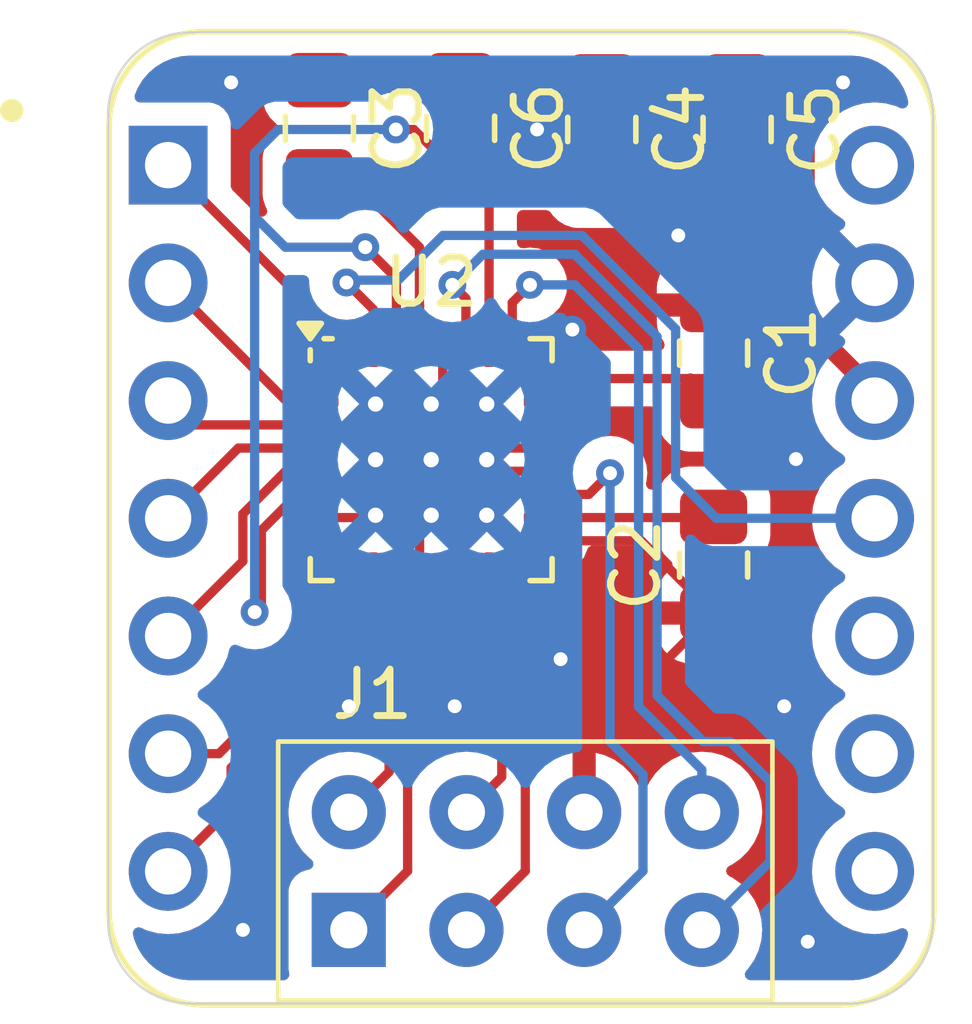
<source format=kicad_pcb>
(kicad_pcb (version 20240108) (generator "pcbnew") (generator_version "8.0")
  (layers (0 "F.Cu" signal) (31 "B.Cu" signal) (34 "B.Paste" user) (35 "F.Paste" user) (36 "B.SilkS" user "B.Silkscreen") (37 "F.SilkS" user "F.Silkscreen") (38 "B.Mask" user) (39 "F.Mask" user) (44 "Edge.Cuts" user))
  (net 0 "")
  (net 9 "GND")
  (net 10 "3V3")
  (net 11 "SDA")
  (net 12 "SCL")
  (net 13 "Net-(U2-AVDD)")
  (net 14 "Net-(U2-REF)")
  (net 15 "Net-(U2-DVDD)")
  (net 16 "MCLK")
  (net 17 "WCLK")
  (net 18 "~{RESET}")
  (net 19 "BCLK")
  (net 20 "DIN")
  (net 21 "DOUT")
  (net 23 "HPL")
  (net 24 "HPR")
  (net 25 "MICBIAS")
  (net 26 "IN2_L")
  (net 27 "IN2_R")
  (net 28 "IN1_R")
  (net 29 "IN1_L")
  (footprint "Capacitor_SMD:C_0805_2012Metric_Pad1.18x1.45mm_HandSolder" (layer "F.Cu") (at 101.6 53.594 -90)
    (property "Reference" "C1" (at 0 -1.68 -90) (layer "F.SilkS"))
    (property "Value" "10u")
    (fp_line (start -0.261252 0.735) (end 0.261252 0.735) (stroke (width 0.12)) (layer "F.SilkS"))
    (fp_line (start -0.261252 -0.735) (end 0.261252 -0.735) (stroke (width 0.12)) (layer "F.SilkS"))
    (pad "1" smd roundrect (at -1.0375 0 270) (size 1.175 1.45) (layers "F.Cu" "F.Paste" "F.Mask") (roundrect_rratio 0.212766) (net 9 "GND"))
    (pad "2" smd roundrect (at 1.0375 0 270) (size 1.175 1.45) (layers "F.Cu" "F.Paste" "F.Mask") (roundrect_rratio 0.212766) (net 13 "Net-(U2-AVDD)"))
  )
  (footprint "Capacitor_SMD:C_0805_2012Metric_Pad1.18x1.45mm_HandSolder" (layer "F.Cu") (at 99.187 48.768 -90)
    (property "Reference" "C4" (at 0 -1.68 -90) (layer "F.SilkS"))
    (property "Value" "10u")
    (fp_line (start -0.261252 0.735) (end 0.261252 0.735) (stroke (width 0.12)) (layer "F.SilkS"))
    (fp_line (start -0.261252 -0.735) (end 0.261252 -0.735) (stroke (width 0.12)) (layer "F.SilkS"))
    (pad "1" smd roundrect (at -1.0375 0 270) (size 1.175 1.45) (layers "F.Cu" "F.Paste" "F.Mask") (roundrect_rratio 0.212766) (net 9 "GND"))
    (pad "2" smd roundrect (at 1.0375 0 270) (size 1.175 1.45) (layers "F.Cu" "F.Paste" "F.Mask") (roundrect_rratio 0.212766) (net 10 "3V3"))
  )
  (footprint "Capacitor_SMD:C_0805_2012Metric_Pad1.18x1.45mm_HandSolder" (layer "F.Cu") (at 102.108 48.768 -90)
    (property "Reference" "C5" (at 0 -1.68 -90) (layer "F.SilkS"))
    (property "Value" "1u")
    (fp_line (start -0.261252 0.735) (end 0.261252 0.735) (stroke (width 0.12)) (layer "F.SilkS"))
    (fp_line (start -0.261252 -0.735) (end 0.261252 -0.735) (stroke (width 0.12)) (layer "F.SilkS"))
    (pad "1" smd roundrect (at -1.0375 0 270) (size 1.175 1.45) (layers "F.Cu" "F.Paste" "F.Mask") (roundrect_rratio 0.212766) (net 9 "GND"))
    (pad "2" smd roundrect (at 1.0375 0 270) (size 1.175 1.45) (layers "F.Cu" "F.Paste" "F.Mask") (roundrect_rratio 0.212766) (net 10 "3V3"))
  )
  (footprint "Footprint_Library:XIAO-Generic-Thruhole-14P-2.54-21X17.8MM_dev" (layer "F.Cu") (at 97.4515 57.15759)
    (property "Reference" "U1" (hide yes))
    (property "Value" "Seeed Studio XIAO nRF52840_dev" (hide yes))
    (fp_line (start -8.9 -8.5) (end -8.9 8.5) (stroke (width 0.127)) (layer "F.SilkS"))
    (fp_line (start -6.9 10.5) (end 6.9 10.5) (stroke (width 0.127)) (layer "F.SilkS"))
    (fp_line (start 6.9 -10.49909) (end -6.9 -10.49909) (stroke (width 0.127)) (layer "F.SilkS"))
    (fp_line (start 8.9 8.5) (end 8.9 -8.5) (stroke (width 0.127)) (layer "F.SilkS"))
    (fp_arc (start -8.9 -8.5) (mid -8.301491 -9.901491) (end -6.9 -10.5) (stroke (width 0.12)) (layer "F.SilkS"))
    (fp_arc (start -6.9 10.5) (mid -8.301423 9.901423) (end -8.9 8.5) (stroke (width 0.12)) (layer "F.SilkS"))
    (fp_arc (start 6.9 -10.5) (mid 8.301494 -9.901494) (end 8.9 -8.5) (stroke (width 0.12)) (layer "F.SilkS"))
    (fp_arc (start 8.9 8.5) (mid 8.314214 9.914214) (end 6.9 10.5) (stroke (width 0.12)) (layer "F.SilkS"))
    (fp_circle (center -11 -8.8) (end -11 -9.054) (fill solid) (layer "F.SilkS"))
    (fp_poly (pts (xy -8.887715 -8.561705) (xy -8.884667 -8.610473) (xy -8.880603 -8.659494)) (stroke (width 0.0254)) (fill none) (layer "F.SilkS"))
    (fp_poly (pts (xy 8.889492 8.521574) (xy 8.887713 8.57085) (xy 8.884665 8.619618) (xy 8.880601 8.668639) (xy 8.875268 8.717407) (xy 8.868664 8.766175) (xy 8.861044 8.81469) (xy 8.852153 8.86295) (xy 8.842248 8.910955)) (stroke (width 0.0254)) (fill none) (layer "F.SilkS"))
    (pad "1" thru_hole rect (at -7.625 -7.62) (size 1.7 1.7) (drill 1) (layers "*.Cu" "*.Mask") (net 16 "MCLK"))
    (pad "2" thru_hole circle (at -7.625 -5.08) (size 1.7 1.7) (drill 1) (layers "*.Cu" "*.Mask") (net 19 "BCLK"))
    (pad "3" thru_hole circle (at -7.625 -2.54) (size 1.7 1.7) (drill 1) (layers "*.Cu" "*.Mask") (net 17 "WCLK"))
    (pad "4" thru_hole circle (at -7.625 0) (size 1.7 1.7) (drill 1) (layers "*.Cu" "*.Mask") (net 20 "DIN"))
    (pad "5" thru_hole circle (at -7.625 2.54) (size 1.7 1.7) (drill 1) (layers "*.Cu" "*.Mask") (net 21 "DOUT"))
    (pad "6" thru_hole circle (at -7.625 5.08 180) (size 1.7 1.7) (drill 1) (layers "*.Cu" "*.Mask") (net 12 "SCL"))
    (pad "7" thru_hole circle (at -7.625 7.62) (size 1.7 1.7) (drill 1) (layers "*.Cu" "*.Mask") (net 11 "SDA"))
    (pad "8" thru_hole circle (at 7.625 7.62) (size 1.7 1.7) (drill 1) (layers "*.Cu" "*.Mask"))
    (pad "9" thru_hole circle (at 7.625 5.08) (size 1.7 1.7) (drill 1) (layers "*.Cu" "*.Mask"))
    (pad "10" thru_hole circle (at 7.625 2.54) (size 1.7 1.7) (drill 1) (layers "*.Cu" "*.Mask"))
    (pad "11" thru_hole circle (at 7.625 0) (size 1.7 1.7) (drill 1) (layers "*.Cu" "*.Mask") (net 18 "~{RESET}"))
    (pad "12" thru_hole circle (at 7.625 -2.54) (size 1.7 1.7) (drill 1) (layers "*.Cu" "*.Mask") (net 10 "3V3"))
    (pad "13" thru_hole circle (at 7.625 -5.08) (size 1.7 1.7) (drill 1) (layers "*.Cu" "*.Mask") (net 9 "GND"))
    (pad "14" thru_hole circle (at 7.625 -7.62) (size 1.7 1.7) (drill 1) (layers "*.Cu" "*.Mask"))
  )
  (footprint "Footprint_Library:Conn_8_dev" (layer "F.Cu") (at 93.726 66.04)
    (property "Reference" "J1" (at 0.508 -5.08 0) (layer "F.SilkS"))
    (property "Value" "Conn_01x08_Socket_dev" (hide yes))
    (fp_rect (start -1.524 -4.064) (end 9.144 1.524) (stroke (width 0.1)) (fill none) (layer "F.SilkS"))
    (pad "1" thru_hole rect (at 0 0) (size 1.6 1.6) (drill 0.8) (layers "*.Cu" "*.Mask") (net 28 "IN1_R"))
    (pad "2" thru_hole oval (at 2.54 0) (size 1.6 1.6) (drill 0.8) (layers "*.Cu" "*.Mask") (net 27 "IN2_R"))
    (pad "3" thru_hole oval (at 5.08 0) (size 1.6 1.6) (drill 0.8) (layers "*.Cu" "*.Mask") (net 25 "MICBIAS"))
    (pad "4" thru_hole oval (at 7.62 0) (size 1.6 1.6) (drill 0.8) (layers "*.Cu" "*.Mask") (net 24 "HPR"))
    (pad "5" thru_hole oval (at 7.62 -2.54) (size 1.6 1.6) (drill 0.8) (layers "*.Cu" "*.Mask") (net 23 "HPL"))
    (pad "6" thru_hole oval (at 5.08 -2.54) (size 1.6 1.6) (drill 0.8) (layers "*.Cu" "*.Mask") (net 9 "GND"))
    (pad "7" thru_hole oval (at 2.54 -2.54) (size 1.6 1.6) (drill 0.8) (layers "*.Cu" "*.Mask") (net 26 "IN2_L"))
    (pad "8" thru_hole oval (at 0 -2.54) (size 1.6 1.6) (drill 0.8) (layers "*.Cu" "*.Mask") (net 29 "IN1_L"))
  )
  (footprint "Capacitor_SMD:C_0805_2012Metric_Pad1.18x1.45mm_HandSolder" (layer "F.Cu") (at 93.091 48.7415 -90)
    (property "Reference" "C3" (at 0 -1.68 -90) (layer "F.SilkS"))
    (property "Value" "10u")
    (fp_line (start -0.261252 0.735) (end 0.261252 0.735) (stroke (width 0.12)) (layer "F.SilkS"))
    (fp_line (start -0.261252 -0.735) (end 0.261252 -0.735) (stroke (width 0.12)) (layer "F.SilkS"))
    (pad "1" smd roundrect (at -1.0375 0 270) (size 1.175 1.45) (layers "F.Cu" "F.Paste" "F.Mask") (roundrect_rratio 0.212766) (net 9 "GND"))
    (pad "2" smd roundrect (at 1.0375 0 270) (size 1.175 1.45) (layers "F.Cu" "F.Paste" "F.Mask") (roundrect_rratio 0.212766) (net 15 "Net-(U2-DVDD)"))
  )
  (footprint "Capacitor_SMD:C_0805_2012Metric_Pad1.18x1.45mm_HandSolder" (layer "F.Cu") (at 96.139 48.7415 -90)
    (property "Reference" "C6" (at 0 -1.68 -90) (layer "F.SilkS"))
    (property "Value" "100n")
    (fp_line (start -0.261252 0.735) (end 0.261252 0.735) (stroke (width 0.12)) (layer "F.SilkS"))
    (fp_line (start -0.261252 -0.735) (end 0.261252 -0.735) (stroke (width 0.12)) (layer "F.SilkS"))
    (pad "1" smd roundrect (at -1.0375 0 270) (size 1.175 1.45) (layers "F.Cu" "F.Paste" "F.Mask") (roundrect_rratio 0.212766) (net 9 "GND"))
    (pad "2" smd roundrect (at 1.0375 0 270) (size 1.175 1.45) (layers "F.Cu" "F.Paste" "F.Mask") (roundrect_rratio 0.212766) (net 10 "3V3"))
  )
  (footprint "Package_DFN_QFN:VQFN-32-1EP_5x5mm_P0.5mm_EP3.1x3.1mm_ThermalVias" (layer "F.Cu") (at 95.504 55.893)
    (property "Reference" "U2" (at 0 -3.83 0) (layer "F.SilkS"))
    (property "Value" "AIC3254")
    (fp_line (start -2.61 -2.135) (end -2.61 -2.37) (stroke (width 0.12)) (layer "F.SilkS"))
    (fp_line (start -2.61 2.61) (end -2.61 2.135) (stroke (width 0.12)) (layer "F.SilkS"))
    (fp_line (start -2.135 -2.61) (end -2.31 -2.61) (stroke (width 0.12)) (layer "F.SilkS"))
    (fp_line (start -2.135 2.61) (end -2.61 2.61) (stroke (width 0.12)) (layer "F.SilkS"))
    (fp_line (start 2.135 -2.61) (end 2.61 -2.61) (stroke (width 0.12)) (layer "F.SilkS"))
    (fp_line (start 2.135 2.61) (end 2.61 2.61) (stroke (width 0.12)) (layer "F.SilkS"))
    (fp_line (start 2.61 -2.61) (end 2.61 -2.135) (stroke (width 0.12)) (layer "F.SilkS"))
    (fp_line (start 2.61 2.61) (end 2.61 2.135) (stroke (width 0.12)) (layer "F.SilkS"))
    (fp_poly (pts (xy -2.61 -2.61) (xy -2.85 -2.94) (xy -2.37 -2.94) (xy -2.61 -2.61)) (stroke (width 0.12)) (fill solid) (layer "F.SilkS"))
    (pad "1" smd roundrect (at -2.4375 -1.75) (size 0.875 0.25) (layers "F.Cu" "F.Paste" "F.Mask") (net 16 "MCLK"))
    (pad "2" smd roundrect (at -2.4375 -1.25) (size 0.875 0.25) (layers "F.Cu" "F.Paste" "F.Mask") (net 19 "BCLK"))
    (pad "3" smd roundrect (at -2.4375 -0.75) (size 0.875 0.25) (layers "F.Cu" "F.Paste" "F.Mask") (net 17 "WCLK"))
    (pad "4" smd roundrect (at -2.4375 -0.25) (size 0.875 0.25) (layers "F.Cu" "F.Paste" "F.Mask") (net 20 "DIN"))
    (pad "5" smd roundrect (at -2.4375 0.25) (size 0.875 0.25) (layers "F.Cu" "F.Paste" "F.Mask") (net 21 "DOUT"))
    (pad "6" smd roundrect (at -2.4375 0.75) (size 0.875 0.25) (layers "F.Cu" "F.Paste" "F.Mask") (net 10 "3V3"))
    (pad "7" smd roundrect (at -2.4375 1.25) (size 0.875 0.25) (layers "F.Cu" "F.Paste" "F.Mask") (net 9 "GND"))
    (pad "8" smd roundrect (at -2.4375 1.75) (size 0.875 0.25) (layers "F.Cu" "F.Paste" "F.Mask"))
    (pad "9" smd roundrect (at -1.75 2.4375) (size 0.25 0.875) (layers "F.Cu" "F.Paste" "F.Mask") (net 12 "SCL"))
    (pad "10" smd roundrect (at -1.25 2.4375) (size 0.25 0.875) (layers "F.Cu" "F.Paste" "F.Mask") (net 11 "SDA"))
    (pad "11" smd roundrect (at -0.75 2.4375) (size 0.25 0.875) (layers "F.Cu" "F.Paste" "F.Mask"))
    (pad "12" smd roundrect (at -0.25 2.4375) (size 0.25 0.875) (layers "F.Cu" "F.Paste" "F.Mask") (net 9 "GND"))
    (pad "13" smd roundrect (at 0.25 2.4375) (size 0.25 0.875) (layers "F.Cu" "F.Paste" "F.Mask") (net 29 "IN1_L"))
    (pad "14" smd roundrect (at 0.75 2.4375) (size 0.25 0.875) (layers "F.Cu" "F.Paste" "F.Mask") (net 28 "IN1_R"))
    (pad "15" smd roundrect (at 1.25 2.4375) (size 0.25 0.875) (layers "F.Cu" "F.Paste" "F.Mask") (net 26 "IN2_L"))
    (pad "16" smd roundrect (at 1.75 2.4375) (size 0.25 0.875) (layers "F.Cu" "F.Paste" "F.Mask") (net 27 "IN2_R"))
    (pad "17" smd roundrect (at 2.4375 1.75) (size 0.875 0.25) (layers "F.Cu" "F.Paste" "F.Mask") (net 9 "GND"))
    (pad "18" smd roundrect (at 2.4375 1.25) (size 0.875 0.25) (layers "F.Cu" "F.Paste" "F.Mask") (net 14 "Net-(U2-REF)"))
    (pad "19" smd roundrect (at 2.4375 0.75) (size 0.875 0.25) (layers "F.Cu" "F.Paste" "F.Mask") (net 25 "MICBIAS"))
    (pad "20" smd roundrect (at 2.4375 0.25) (size 0.875 0.25) (layers "F.Cu" "F.Paste" "F.Mask") (net 9 "GND"))
    (pad "21" smd roundrect (at 2.4375 -0.25) (size 0.875 0.25) (layers "F.Cu" "F.Paste" "F.Mask") (net 9 "GND"))
    (pad "22" smd roundrect (at 2.4375 -0.75) (size 0.875 0.25) (layers "F.Cu" "F.Paste" "F.Mask"))
    (pad "23" smd roundrect (at 2.4375 -1.25) (size 0.875 0.25) (layers "F.Cu" "F.Paste" "F.Mask"))
    (pad "24" smd roundrect (at 2.4375 -1.75) (size 0.875 0.25) (layers "F.Cu" "F.Paste" "F.Mask") (net 13 "Net-(U2-AVDD)"))
    (pad "25" smd roundrect (at 1.75 -2.4375) (size 0.25 0.875) (layers "F.Cu" "F.Paste" "F.Mask") (net 23 "HPL"))
    (pad "26" smd roundrect (at 1.25 -2.4375) (size 0.25 0.875) (layers "F.Cu" "F.Paste" "F.Mask") (net 10 "3V3"))
    (pad "27" smd roundrect (at 0.75 -2.4375) (size 0.25 0.875) (layers "F.Cu" "F.Paste" "F.Mask") (net 24 "HPR"))
    (pad "28" smd roundrect (at 0.25 -2.4375) (size 0.25 0.875) (layers "F.Cu" "F.Paste" "F.Mask") (net 9 "GND"))
    (pad "29" smd roundrect (at -0.25 -2.4375) (size 0.25 0.875) (layers "F.Cu" "F.Paste" "F.Mask") (net 15 "Net-(U2-DVDD)"))
    (pad "30" smd roundrect (at -0.75 -2.4375) (size 0.25 0.875) (layers "F.Cu" "F.Paste" "F.Mask") (net 10 "3V3"))
    (pad "31" smd roundrect (at -1.25 -2.4375) (size 0.25 0.875) (layers "F.Cu" "F.Paste" "F.Mask") (net 18 "~{RESET}"))
    (pad "32" smd roundrect (at -1.75 -2.4375) (size 0.25 0.875) (layers "F.Cu" "F.Paste" "F.Mask"))
    (pad "33" thru_hole circle (at -1.2 -1.2) (size 0.63 0.63) (drill 0.33) (property pad_prop_heatsink) (layers "*.Cu") (net 9 "GND"))
    (pad "33" thru_hole circle (at -1.2 0) (size 0.63 0.63) (drill 0.33) (property pad_prop_heatsink) (layers "*.Cu") (net 9 "GND"))
    (pad "33" thru_hole circle (at -1.2 1.2) (size 0.63 0.63) (drill 0.33) (property pad_prop_heatsink) (layers "*.Cu") (net 9 "GND"))
    (pad "33" thru_hole circle (at 0 -1.2) (size 0.63 0.63) (drill 0.33) (property pad_prop_heatsink) (layers "*.Cu") (net 9 "GND"))
    (pad "33" thru_hole circle (at 0 0) (size 0.63 0.63) (drill 0.33) (property pad_prop_heatsink) (layers "*.Cu") (net 9 "GND"))
    (pad "33" smd rect (at 0 0) (size 3.03 3.03) (property pad_prop_heatsink) (layers "B.Cu") (net 9 "GND"))
    (pad "33" smd rect (at 0 0) (size 3.1 3.1) (property pad_prop_heatsink) (layers "F.Cu" "F.Mask") (net 9 "GND"))
    (pad "33" thru_hole circle (at 0 1.2) (size 0.63 0.63) (drill 0.33) (property pad_prop_heatsink) (layers "*.Cu") (net 9 "GND"))
    (pad "33" thru_hole circle (at 1.2 -1.2) (size 0.63 0.63) (drill 0.33) (property pad_prop_heatsink) (layers "*.Cu") (net 9 "GND"))
    (pad "33" thru_hole circle (at 1.2 0) (size 0.63 0.63) (drill 0.33) (property pad_prop_heatsink) (layers "*.Cu") (net 9 "GND"))
    (pad "33" thru_hole circle (at 1.2 1.2) (size 0.63 0.63) (drill 0.33) (property pad_prop_heatsink) (layers "*.Cu") (net 9 "GND"))
  )
  (footprint "Capacitor_SMD:C_0805_2012Metric_Pad1.18x1.45mm_HandSolder" (layer "F.Cu") (at 101.6 58.166 90)
    (property "Reference" "C2" (at 0 -1.68 90) (layer "F.SilkS"))
    (property "Value" "10u")
    (fp_line (start -0.261252 -0.735) (end 0.261252 -0.735) (stroke (width 0.12)) (layer "F.SilkS"))
    (fp_line (start -0.261252 0.735) (end 0.261252 0.735) (stroke (width 0.12)) (layer "F.SilkS"))
    (pad "1" smd roundrect (at -1.0375 0 90) (size 1.175 1.45) (layers "F.Cu" "F.Paste" "F.Mask") (roundrect_rratio 0.212766) (net 9 "GND"))
    (pad "2" smd roundrect (at 1.0375 0 90) (size 1.175 1.45) (layers "F.Cu" "F.Paste" "F.Mask") (roundrect_rratio 0.212766) (net 14 "Net-(U2-REF)"))
  )
  (gr_line (start 88.531636 65.849564) (end 88.531636 48.450436) (stroke (width 0.05)) (layer "Edge.Cuts"))
  (gr_arc (start 90.309636 67.627564) (mid 89.0524 67.1068) (end 88.531636 65.849564) (stroke (width 0.05)) (layer "Edge.Cuts"))
  (gr_arc (start 88.531636 48.450436) (mid 89.0524 47.1932) (end 90.309636 46.672436) (stroke (width 0.05)) (layer "Edge.Cuts"))
  (gr_arc (start 104.559164 46.672436) (mid 105.8164 47.1932) (end 106.337164 48.450436) (stroke (width 0.05)) (layer "Edge.Cuts"))
  (gr_line (start 104.559164 67.627564) (end 90.309636 67.627564) (stroke (width 0.05)) (layer "Edge.Cuts"))
  (gr_arc (start 106.337164 65.849564) (mid 105.8164 67.1068) (end 104.559164 67.627564) (stroke (width 0.05)) (layer "Edge.Cuts"))
  (gr_line (start 106.337164 48.450436) (end 106.337164 65.849564) (stroke (width 0.05)) (layer "Edge.Cuts"))
  (gr_line (start 90.309636 46.672436) (end 104.559164 46.672436) (stroke (width 0.05)) (layer "Edge.Cuts"))
  (segment (start 96.704 57.093) (end 97.204 57.593) (width 0.2) (layer "F.Cu") (net 9))
  (segment (start 95.254 58.3305) (end 95.254 57.343) (width 0.2) (layer "F.Cu") (net 9))
  (segment (start 103.6828 48.26) (end 103.6828 50.68389) (width 0.2) (layer "F.Cu") (net 9))
  (segment (start 96.954 55.643) (end 96.704 55.893) (width 0.2) (layer "F.Cu") (net 9))
  (segment (start 98.806 63.5) (end 98.806 61.9975) (width 0.2) (layer "F.Cu") (net 9))
  (segment (start 103.1533 47.7305) (end 103.6828 48.26) (width 0.2) (layer "F.Cu") (net 9))
  (segment (start 97.9415 55.643) (end 96.954 55.643) (width 0.2) (layer "F.Cu") (net 9))
  (segment (start 95.254 57.343) (end 95.504 57.093) (width 0.2) (layer "F.Cu") (net 9))
  (segment (start 93.0665 57.143) (end 94.254 57.143) (width 0.2) (layer "F.Cu") (net 9))
  (segment (start 95.754 53.4555) (end 95.754 54.443) (width 0.2) (layer "F.Cu") (net 9))
  (segment (start 96.954 56.143) (end 96.704 55.893) (width 0.2) (layer "F.Cu") (net 9))
  (segment (start 94.254 57.143) (end 94.304 57.093) (width 0.2) (layer "F.Cu") (net 9))
  (segment (start 97.9415 56.143) (end 96.954 56.143) (width 0.2) (layer "F.Cu") (net 9))
  (segment (start 96.314 47.704) (end 96.3405 47.7305) (width 0.2) (layer "F.Cu") (net 9))
  (segment (start 97.9415 57.643) (end 100.0395 57.643) (width 0.2) (layer "F.Cu") (net 9))
  (segment (start 99.187 47.7305) (end 102.108 47.7305) (width 0.2) (layer "F.Cu") (net 9))
  (segment (start 95.754 54.443) (end 95.504 54.693) (width 0.2) (layer "F.Cu") (net 9))
  (segment (start 103.6828 50.68389) (end 105.0765 52.07759) (width 0.2) (layer "F.Cu") (net 9))
  (segment (start 98.806 61.9975) (end 101.6 59.2035) (width 0.2) (layer "F.Cu") (net 9))
  (segment (start 97.8915 57.593) (end 97.9415 57.643) (width 0.2) (layer "F.Cu") (net 9))
  (segment (start 96.139 47.704) (end 96.314 47.704) (width 0.2) (layer "F.Cu") (net 9))
  (segment (start 102.108 47.7305) (end 103.1533 47.7305) (width 0.2) (layer "F.Cu") (net 9))
  (segment (start 97.204 57.593) (end 97.8915 57.593) (width 0.2) (layer "F.Cu") (net 9))
  (segment (start 100.0395 57.643) (end 101.6 59.2035) (width 0.2) (layer "F.Cu") (net 9))
  (segment (start 93.091 47.704) (end 96.139 47.704) (width 0.2) (layer "F.Cu") (net 9))
  (segment (start 96.3405 47.7305) (end 99.187 47.7305) (width 0.2) (layer "F.Cu") (net 9))
  (via (at 98.298 60.198) (size 0.6) (drill 0.3) (layers "F.Cu" "B.Cu") (net 9))
  (via (at 103.378 55.88) (size 0.6) (drill 0.3) (layers "F.Cu" "B.Cu") (net 9))
  (via (at 97.79 48.768) (size 0.6) (drill 0.3) (layers "F.Cu" "B.Cu") (net 9))
  (via (at 98.552 53.086) (size 0.6) (drill 0.3) (layers "F.Cu" "B.Cu") (net 9))
  (via (at 103.632 66.294) (size 0.6) (drill 0.3) (layers "F.Cu" "B.Cu") (net 9))
  (via (at 91.186 47.752) (size 0.6) (drill 0.3) (layers "F.Cu" "B.Cu") (net 9))
  (via (at 103.124 61.214) (size 0.6) (drill 0.3) (layers "F.Cu" "B.Cu") (net 9))
  (via (at 93.726 61.214) (size 0.6) (drill 0.3) (layers "F.Cu" "B.Cu") (net 9))
  (via (at 91.44 66.04) (size 0.6) (drill 0.3) (layers "F.Cu" "B.Cu") (net 9))
  (via (at 100.838 51.054) (size 0.6) (drill 0.3) (layers "F.Cu" "B.Cu") (net 9))
  (via (at 96.012 61.214) (size 0.6) (drill 0.3) (layers "F.Cu" "B.Cu") (net 9))
  (via (at 104.394 47.752) (size 0.6) (drill 0.3) (layers "F.Cu" "B.Cu") (net 9))
  (segment (start 96.1655 49.8055) (end 96.139 49.779) (width 0.2) (layer "F.Cu") (net 10))
  (segment (start 96.754 50.394) (end 96.139 49.779) (width 0.2) (layer "F.Cu") (net 10))
  (segment (start 91.84 57.417614) (end 92.614614 56.643) (width 0.2) (layer "F.Cu") (net 10))
  (segment (start 91.694 59.182) (end 91.84 59.036) (width 0.2) (layer "F.Cu") (net 10))
  (segment (start 103.378 51.562) (end 102.108 50.292) (width 0.4) (layer "F.Cu") (net 10))
  (segment (start 105.0765 54.435756) (end 103.378 52.737256) (width 0.4) (layer "F.Cu") (net 10))
  (segment (start 102.108 50.292) (end 102.108 49.8055) (width 0.2) (layer "F.Cu") (net 10))
  (segment (start 102.108 49.8055) (end 99.187 49.8055) (width 0.4) (layer "F.Cu") (net 10))
  (segment (start 91.84 59.036) (end 91.84 57.417614) (width 0.2) (layer "F.Cu") (net 10))
  (segment (start 105.0765 54.61759) (end 105.0765 54.435756) (width 0.2) (layer "F.Cu") (net 10))
  (segment (start 95.128 48.768) (end 96.1655 49.8055) (width 0.2) (layer "F.Cu") (net 10))
  (segment (start 94.754 51.9804) (end 94.754 53.4555) (width 0.2) (layer "F.Cu") (net 10))
  (segment (start 99.187 49.8055) (end 96.1655 49.8055) (width 0.4) (layer "F.Cu") (net 10))
  (segment (start 94.742 48.768) (end 95.128 48.768) (width 0.2) (layer "F.Cu") (net 10))
  (segment (start 94.0816 51.308) (end 94.754 51.9804) (width 0.2) (layer "F.Cu") (net 10))
  (segment (start 92.614614 56.643) (end 93.0665 56.643) (width 0.2) (layer "F.Cu") (net 10))
  (segment (start 96.754 53.4555) (end 96.754 50.394) (width 0.2) (layer "F.Cu") (net 10))
  (segment (start 103.378 52.737256) (end 103.378 51.562) (width 0.4) (layer "F.Cu") (net 10))
  (via (at 94.742 48.768) (size 0.6) (drill 0.3) (layers "F.Cu" "B.Cu") (net 10))
  (via (at 91.694 59.182) (size 0.6) (drill 0.3) (layers "F.Cu" "B.Cu") (net 10))
  (via (at 94.0816 51.308) (size 0.6) (drill 0.3) (layers "F.Cu" "B.Cu") (net 10))
  (segment (start 91.694 49.276) (end 92.202 48.768) (width 0.2) (layer "B.Cu") (net 10))
  (segment (start 94.0816 51.308) (end 92.3544 51.308) (width 0.2) (layer "B.Cu") (net 10))
  (segment (start 91.694 59.182) (end 91.694 50.6476) (width 0.2) (layer "B.Cu") (net 10))
  (segment (start 92.202 48.768) (end 94.742 48.768) (width 0.2) (layer "B.Cu") (net 10))
  (segment (start 92.3544 51.308) (end 91.694 50.6476) (width 0.2) (layer "B.Cu") (net 10))
  (segment (start 91.694 50.6476) (end 91.694 49.276) (width 0.2) (layer "B.Cu") (net 10))
  (segment (start 91.186 62.541686) (end 91.186 63.41809) (width 0.2) (layer "F.Cu") (net 11))
  (segment (start 94.254 58.3305) (end 94.254 59.473686) (width 0.2) (layer "F.Cu") (net 11))
  (segment (start 94.254 59.473686) (end 91.186 62.541686) (width 0.2) (layer "F.Cu") (net 11))
  (segment (start 91.186 63.41809) (end 89.8265 64.77759) (width 0.2) (layer "F.Cu") (net 11))
  (segment (start 93.754 59.408) (end 90.92441 62.23759) (width 0.2) (layer "F.Cu") (net 12))
  (segment (start 93.754 58.3305) (end 93.754 59.408) (width 0.2) (layer "F.Cu") (net 12))
  (segment (start 90.92441 62.23759) (end 89.8265 62.23759) (width 0.2) (layer "F.Cu") (net 12))
  (segment (start 97.9415 54.143) (end 101.1115 54.143) (width 0.2) (layer "F.Cu") (net 13))
  (segment (start 101.1115 54.143) (end 101.6 54.6315) (width 0.2) (layer "F.Cu") (net 13))
  (segment (start 101.0985 54.13) (end 101.6 54.6315) (width 0.2) (layer "F.Cu") (net 13))
  (segment (start 101.5855 57.143) (end 101.6 57.1285) (width 0.2) (layer "F.Cu") (net 14))
  (segment (start 97.9415 57.143) (end 101.5855 57.143) (width 0.2) (layer "F.Cu") (net 14))
  (segment (start 95.25 52.578) (end 95.254 52.582) (width 0.2) (layer "F.Cu") (net 15))
  (segment (start 93.721 49.779) (end 95.25 51.308) (width 0.2) (layer "F.Cu") (net 15))
  (segment (start 95.254 52.582) (end 95.254 53.4555) (width 0.2) (layer "F.Cu") (net 15))
  (segment (start 93.091 49.779) (end 93.721 49.779) (width 0.2) (layer "F.Cu") (net 15))
  (segment (start 95.25 51.308) (end 95.25 52.578) (width 0.2) (layer "F.Cu") (net 15))
  (segment (start 93.0665 54.143) (end 93.0665 52.77759) (width 0.2) (layer "F.Cu") (net 16))
  (segment (start 93.0665 52.77759) (end 89.8265 49.53759) (width 0.2) (layer "F.Cu") (net 16))
  (segment (start 90.35191 55.143) (end 89.8265 54.61759) (width 0.2) (layer "F.Cu") (net 17))
  (segment (start 93.0665 55.143) (end 90.35191 55.143) (width 0.2) (layer "F.Cu") (net 17))
  (segment (start 94.254 53.4555) (end 94.254 52.6488) (width 0.2) (layer "F.Cu") (net 18))
  (segment (start 94.254 52.6488) (end 93.6752 52.07) (width 0.2) (layer "F.Cu") (net 18))
  (via (at 93.6752 52.07) (size 0.6) (drill 0.3) (layers "F.Cu" "B.Cu") (net 18))
  (segment (start 93.6752 52.07) (end 93.726 52.0192) (width 0.2) (layer "B.Cu") (net 18))
  (segment (start 100.7808 56.28) (end 101.65839 57.15759) (width 0.2) (layer "B.Cu") (net 18))
  (segment (start 100.7808 53.072714) (end 100.7808 56.28) (width 0.2) (layer "B.Cu") (net 18))
  (segment (start 95.758 51.054) (end 98.762086 51.054) (width 0.2) (layer "B.Cu") (net 18))
  (segment (start 101.65839 57.15759) (end 105.0765 57.15759) (width 0.2) (layer "B.Cu") (net 18))
  (segment (start 98.762086 51.054) (end 100.7808 53.072714) (width 0.2) (layer "B.Cu") (net 18))
  (segment (start 93.726 52.0192) (end 94.7928 52.0192) (width 0.2) (layer "B.Cu") (net 18))
  (segment (start 94.7928 52.0192) (end 95.758 51.054) (width 0.2) (layer "B.Cu") (net 18))
  (segment (start 93.0665 54.643) (end 92.39191 54.643) (width 0.2) (layer "F.Cu") (net 19))
  (segment (start 92.39191 54.643) (end 89.8265 52.07759) (width 0.2) (layer "F.Cu") (net 19))
  (segment (start 91.34109 55.643) (end 89.8265 57.15759) (width 0.2) (layer "F.Cu") (net 20))
  (segment (start 93.0665 55.643) (end 91.34109 55.643) (width 0.2) (layer "F.Cu") (net 20))
  (segment (start 91.44 58.08409) (end 89.8265 59.69759) (width 0.2) (layer "F.Cu") (net 21))
  (segment (start 92.360471 56.143) (end 91.44 57.063471) (width 0.2) (layer "F.Cu") (net 21))
  (segment (start 93.0665 56.143) (end 92.360471 56.143) (width 0.2) (layer "F.Cu") (net 21))
  (segment (start 91.44 57.063471) (end 91.44 58.08409) (width 0.2) (layer "F.Cu") (net 21))
  (segment (start 97.254 52.5044) (end 97.6376 52.1208) (width 0.2) (layer "F.Cu") (net 23))
  (segment (start 97.254 53.4555) (end 97.254 52.5044) (width 0.2) (layer "F.Cu") (net 23))
  (via (at 97.6376 52.1208) (size 0.6) (drill 0.3) (layers "F.Cu" "B.Cu") (net 23))
  (segment (start 99.9808 53.4988) (end 99.9808 61.2204) (width 0.2) (layer "B.Cu") (net 23))
  (segment (start 99.9808 61.2204) (end 101.346 62.5856) (width 0.2) (layer "B.Cu") (net 23))
  (segment (start 98.6028 52.1208) (end 99.9808 53.4988) (width 0.2) (layer "B.Cu") (net 23))
  (segment (start 101.346 62.5856) (end 101.346 63.5) (width 0.2) (layer "B.Cu") (net 23))
  (segment (start 97.6376 52.1208) (end 98.6028 52.1208) (width 0.2) (layer "B.Cu") (net 23))
  (segment (start 96.254 53.4555) (end 96.254 52.4136) (width 0.2) (layer "F.Cu") (net 24))
  (segment (start 96.254 52.4136) (end 95.9612 52.1208) (width 0.2) (layer "F.Cu") (net 24))
  (via (at 95.9612 52.1208) (size 0.6) (drill 0.3) (layers "F.Cu" "B.Cu") (net 24))
  (segment (start 101.9556 61.976) (end 102.8192 62.8396) (width 0.2) (layer "B.Cu") (net 24))
  (segment (start 96.6216 51.4604) (end 98.6028 51.4604) (width 0.2) (layer "B.Cu") (net 24))
  (segment (start 101.377635 61.976) (end 101.9556 61.976) (width 0.2) (layer "B.Cu") (net 24))
  (segment (start 98.6028 51.4604) (end 100.3808 53.2384) (width 0.2) (layer "B.Cu") (net 24))
  (segment (start 102.8192 64.5668) (end 101.346 66.04) (width 0.2) (layer "B.Cu") (net 24))
  (segment (start 102.8192 62.8396) (end 102.8192 64.5668) (width 0.2) (layer "B.Cu") (net 24))
  (segment (start 100.3808 60.979165) (end 101.377635 61.976) (width 0.2) (layer "B.Cu") (net 24))
  (segment (start 100.3808 53.2384) (end 100.3808 60.979165) (width 0.2) (layer "B.Cu") (net 24))
  (segment (start 95.9612 52.1208) (end 96.6216 51.4604) (width 0.2) (layer "B.Cu") (net 24))
  (segment (start 97.9415 56.643) (end 98.9066 56.643) (width 0.2) (layer "F.Cu") (net 25))
  (segment (start 98.9066 56.643) (end 99.3648 56.1848) (width 0.2) (layer "F.Cu") (net 25))
  (via (at 99.3648 56.1848) (size 0.6) (drill 0.3) (layers "F.Cu" "B.Cu") (net 25))
  (segment (start 99.3648 61.976) (end 100.076 62.6872) (width 0.2) (layer "B.Cu") (net 25))
  (segment (start 99.3648 56.1848) (end 99.3648 61.976) (width 0.2) (layer "B.Cu") (net 25))
  (segment (start 100.076 62.6872) (end 100.076 64.77) (width 0.2) (layer "B.Cu") (net 25))
  (segment (start 100.076 64.77) (end 98.806 66.04) (width 0.2) (layer "B.Cu") (net 25))
  (segment (start 96.754 58.3305) (end 96.754 62.013685) (width 0.2) (layer "F.Cu") (net 26))
  (segment (start 97.028 62.738) (end 96.266 63.5) (width 0.2) (layer "F.Cu") (net 26))
  (segment (start 96.754 62.013685) (end 97.028 62.287685) (width 0.2) (layer "F.Cu") (net 26))
  (segment (start 97.028 62.287685) (end 97.028 62.738) (width 0.2) (layer "F.Cu") (net 26))
  (segment (start 97.254 61.948) (end 97.536 62.23) (width 0.2) (layer "F.Cu") (net 27))
  (segment (start 97.536 64.77) (end 96.266 66.04) (width 0.2) (layer "F.Cu") (net 27))
  (segment (start 97.536 62.23) (end 97.536 64.77) (width 0.2) (layer "F.Cu") (net 27))
  (segment (start 97.254 58.3305) (end 97.254 61.948) (width 0.2) (layer "F.Cu") (net 27))
  (segment (start 96.254 59.702) (end 94.996 60.96) (width 0.2) (layer "F.Cu") (net 28))
  (segment (start 96.254 58.3305) (end 96.254 59.702) (width 0.2) (layer "F.Cu") (net 28))
  (segment (start 94.996 60.96) (end 94.996 64.77) (width 0.2) (layer "F.Cu") (net 28))
  (segment (start 94.996 64.77) (end 93.726 66.04) (width 0.2) (layer "F.Cu") (net 28))
  (segment (start 95.754 58.3305) (end 95.754 59.636314) (width 0.2) (layer "F.Cu") (net 29))
  (segment (start 95.754 59.636314) (end 94.596 60.794314) (width 0.2) (layer "F.Cu") (net 29))
  (segment (start 94.596 60.794314) (end 94.596 62.63) (width 0.2) (layer "F.Cu") (net 29))
  (segment (start 94.596 62.63) (end 93.726 63.5) (width 0.2) (layer "F.Cu") (net 29))
  (zone (net 9) (net_name "GND") (layers "F&B.Cu") (connect_pads (clearance 0.5)) (min_thickness 0.25) (fill yes (thermal_gap 0.5) (thermal_bridge_width 0.5))
    (polygon (pts (xy 87.376 45.974) (xy 107.188 45.974) (xy 107.188 68.072) (xy 87.63 68.072)))
  )
)
</source>
